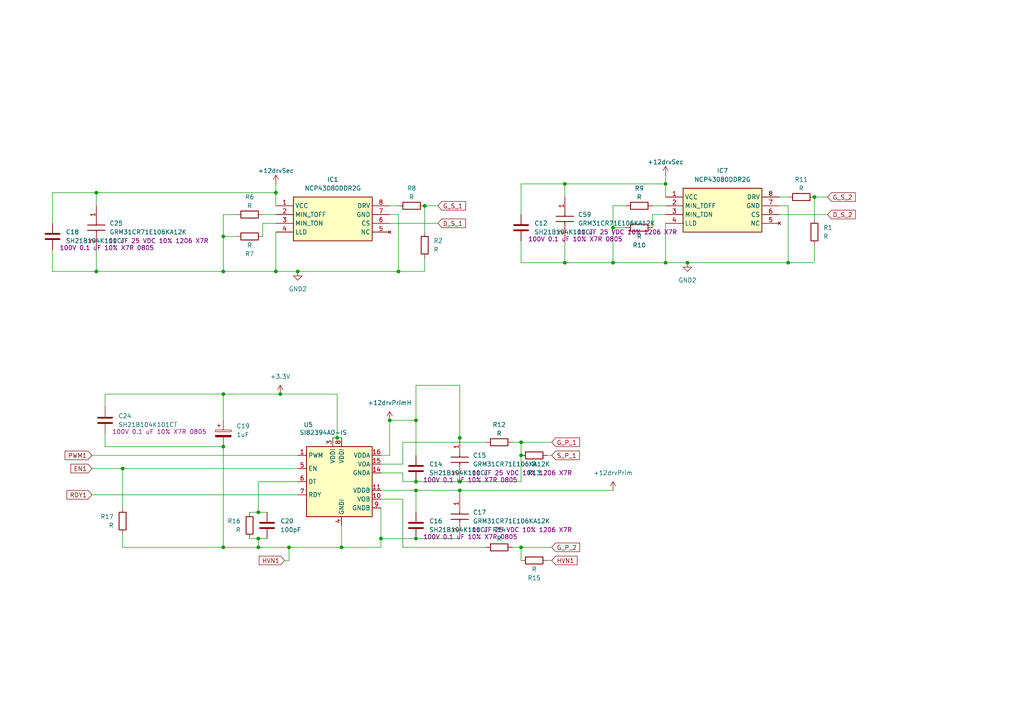
<source format=kicad_sch>
(kicad_sch (version 20250114) (generator "eeschema") (generator_version "9.0")
  (paper "A4")
  (lib_symbols
    (symbol "Device:C" (pin_numbers (hide yes)) (pin_names (offset 0.254))
      (property "Reference" "C" (at 0.635 2.54 0))
      (property "Value" "C" (at 0.635 -2.54 0))
      (symbol "C_0_1"
        (polyline (pts (xy -2.032 0.762) (xy 2.032 0.762)) (stroke (width 0.508)))
        (polyline (pts (xy -2.032 -0.762) (xy 2.032 -0.762)) (stroke (width 0.508)))
      )
      (symbol "C_1_1"
        (pin passive line (at 0 3.81 270) (length 2.794) (name "~") (number "1"))
        (pin passive line (at 0 -3.81 90) (length 2.794) (name "~") (number "2"))
      )
    )
    (symbol "Device:C_Polarized" (pin_numbers (hide yes)) (pin_names (offset 0.254))
      (property "Reference" "C" (at 0.635 2.54 0))
      (property "Value" "C_Polarized" (at 0.635 -2.54 0))
      (symbol "C_Polarized_0_1"
        (rectangle (start -2.286 0.508) (end 2.286 1.016))
        (polyline (pts (xy -1.778 2.286) (xy -0.762 2.286)))
        (polyline (pts (xy -1.27 2.794) (xy -1.27 1.778)))
        (rectangle (start 2.286 -0.508) (end -2.286 -1.016) (fill (type outline)))
      )
      (symbol "C_Polarized_1_1"
        (pin passive line (at 0 3.81 270) (length 2.794) (name "~") (number "1"))
        (pin passive line (at 0 -3.81 90) (length 2.794) (name "~") (number "2"))
      )
    )
    (symbol "Device:R" (pin_numbers (hide yes)) (pin_names (offset 0))
      (property "Reference" "R" (at 2.032 0 90))
      (property "Value" "R" (at 0 0 90))
      (symbol "R_0_1"
        (rectangle (start -1.016 -2.54) (end 1.016 2.54) (stroke (width 0.254)))
      )
      (symbol "R_1_1"
        (pin passive line (at 0 3.81 270) (length 1.27) (name "~") (number "1"))
        (pin passive line (at 0 -3.81 90) (length 1.27) (name "~") (number "2"))
      )
    )
    (symbol "GRM31CR71E106KA12K:GRM31CR71E106KA12K" (pin_names (hide yes))
      (property "Reference" "C" (at 8.89 6.35 0))
      (property "Value" "GRM31CR71E106KA12K" (at 8.89 3.81 0))
      (symbol "GRM31CR71E106KA12K_1_1"
        (polyline (pts (xy 5.08 0) (xy 5.588 0)) (stroke (width 0.254)))
        (polyline (pts (xy 5.588 2.54) (xy 5.588 -2.54)) (stroke (width 0.254)))
        (polyline (pts (xy 7.112 2.54) (xy 7.112 -2.54)) (stroke (width 0.254)))
        (polyline (pts (xy 7.112 0) (xy 7.62 0)) (stroke (width 0.254)))
        (pin passive line (at 0 0 0) (length 5.08) (name "1") (number "1"))
        (pin passive line (at 12.7 0 180) (length 5.08) (name "2") (number "2"))
      )
    )
    (symbol "NCP43080ADR2G:NCP43080ADR2G"
      (property "Reference" "IC" (at 29.21 7.62 0))
      (property "Value" "NCP43080ADR2G" (at 29.21 5.08 0))
      (symbol "NCP43080ADR2G_1_1"
        (rectangle (start 5.08 2.54) (end 27.94 -10.16) (stroke (width 0.254)) (fill (type background)))
        (pin passive line (at 0 0 0) (length 5.08) (name "VCC") (number "1"))
        (pin passive line (at 0 -2.54 0) (length 5.08) (name "MIN_TOFF") (number "2"))
        (pin passive line (at 0 -5.08 0) (length 5.08) (name "MIN_TON") (number "3"))
        (pin passive line (at 0 -7.62 0) (length 5.08) (name "LLD") (number "4"))
        (pin passive line (at 33.02 0 180) (length 5.08) (name "DRV") (number "8"))
        (pin passive line (at 33.02 -2.54 180) (length 5.08) (name "GND") (number "7"))
        (pin passive line (at 33.02 -5.08 180) (length 5.08) (name "CS") (number "6"))
        (pin no_connect line (at 33.02 -7.62 180) (length 5.08) (name "NC") (number "5"))
      )
    )
    (symbol "New_Library:Si82394AD-IS"
      (symbol "Si82394AD-IS_0_1"
        (rectangle (start -7.62 0) (end 11.43 -20.32) (stroke (width 0.254)) (fill (type background)))
      )
      (symbol "Si82394AD-IS_1_1"
        (pin input line (at -10.16 -2.54 0) (length 2.54) (name "PWM") (number "1"))
        (pin input line (at -10.16 -6.35 0) (length 2.54) (name "EN") (number "5"))
        (pin passive line (at -10.16 -10.16 0) (length 2.54) (name "DT") (number "6"))
        (pin passive line (at -10.16 -13.97 0) (length 2.54) (name "RDY") (number "7"))
        (pin power_in line (at 0 2.54 270) (length 2.54) (name "VDDI") (number "3"))
        (pin power_in line (at 2.54 2.54 270) (length 2.54) (name "VDDI") (number "8"))
        (pin power_in line (at 2.54 -22.86 90) (length 2.54) (name "GNDI") (number "4"))
        (pin power_in line (at 13.97 -2.54 180) (length 2.54) (name "VDDA") (number "16"))
        (pin output line (at 13.97 -5.08 180) (length 2.54) (name "VOA") (number "15"))
        (pin power_in line (at 13.97 -7.62 180) (length 2.54) (name "GNDA") (number "14"))
        (pin power_in line (at 13.97 -12.7 180) (length 2.54) (name "VDDB") (number "11"))
        (pin output line (at 13.97 -15.24 180) (length 2.54) (name "VOB") (number "10"))
        (pin power_in line (at 13.97 -17.78 180) (length 2.54) (name "GNDB") (number "9"))
      )
    )
    (symbol "power:+12V" (power) (pin_numbers (hide yes)) (pin_names (offset 0) (hide yes))
      (property "Value" "+12V" (at 0 3.556 0))
      (symbol "+12V_0_1"
        (polyline (pts (xy -0.762 1.27) (xy 0 2.54)))
        (polyline (pts (xy 0 2.54) (xy 0.762 1.27)))
        (polyline (pts (xy 0 0) (xy 0 2.54)))
      )
      (symbol "+12V_1_1"
        (pin power_in line (at 0 0 90) (length 0) (name "~") (number "1"))
      )
    )
    (symbol "power:+5V" (power) (pin_numbers (hide yes)) (pin_names (offset 0) (hide yes))
      (property "Value" "+5V" (at 0 3.556 0))
      (symbol "+5V_0_1"
        (polyline (pts (xy -0.762 1.27) (xy 0 2.54)))
        (polyline (pts (xy 0 2.54) (xy 0.762 1.27)))
        (polyline (pts (xy 0 0) (xy 0 2.54)))
      )
      (symbol "+5V_1_1"
        (pin power_in line (at 0 0 90) (length 0) (name "~") (number "1"))
      )
    )
    (symbol "power:GND2" (power) (pin_numbers (hide yes)) (pin_names (offset 0) (hide yes))
      (property "Value" "GND2" (at 0 -3.81 0))
      (symbol "GND2_0_1"
        (polyline (pts (xy 0 0) (xy 0 -1.27) (xy 1.27 -1.27) (xy 0 -2.54) (xy -1.27 -1.27) (xy 0 -1.27)))
      )
      (symbol "GND2_1_1"
        (pin power_in line (at 0 0 270) (length 0) (name "~") (number "1"))
      )
    )
  )
  (junction (at 151.13 132.08))
  (junction (at 74.93 158.75))
  (junction (at 27.94 55.88))
  (junction (at 151.13 158.75))
  (junction (at 99.06 158.75))
  (junction (at 133.35 127))
  (junction (at 80.01 78.74))
  (junction (at 74.93 156.21))
  (junction (at 110.49 156.21))
  (junction (at 163.83 53.34))
  (junction (at 177.8 76.2))
  (junction (at 120.65 139.7))
  (junction (at 133.35 139.7))
  (junction (at 133.35 142.24))
  (junction (at 80.01 55.88))
  (junction (at 64.77 68.58))
  (junction (at 97.79 127))
  (junction (at 64.77 114.3))
  (junction (at 236.22 57.15))
  (junction (at 151.13 128.27))
  (junction (at 228.6 76.2))
  (junction (at 27.94 78.74))
  (junction (at 64.77 129.54))
  (junction (at 113.03 121.92))
  (junction (at 120.65 142.24))
  (junction (at 74.93 148.59))
  (junction (at 123.19 59.69))
  (junction (at 193.04 76.2))
  (junction (at 199.39 76.2))
  (junction (at 177.8 66.04))
  (junction (at 64.77 78.74))
  (junction (at 163.83 76.2))
  (junction (at 193.04 53.34))
  (junction (at 86.36 78.74))
  (junction (at 35.56 135.89))
  (junction (at 81.28 114.3))
  (junction (at 120.65 156.21))
  (junction (at 64.77 158.75))
  (junction (at 120.65 121.92))
  (junction (at 115.57 78.74))
  (junction (at 83.82 158.75))
  (wire (pts (xy 148.59 128.27) (xy 151.13 128.27)))
  (wire (pts (xy 120.65 142.24) (xy 120.65 148.59)))
  (wire (pts (xy 226.06 59.69) (xy 228.6 59.69)))
  (wire (pts (xy 86.36 78.74) (xy 115.57 78.74)))
  (wire (pts (xy 148.59 158.75) (xy 151.13 158.75)))
  (wire (pts (xy 86.36 78.74) (xy 80.01 78.74)))
  (wire (pts (xy 123.19 74.93) (xy 123.19 78.74)))
  (wire (pts (xy 64.77 114.3) (xy 64.77 121.92)))
  (wire (pts (xy 27.94 78.74) (xy 64.77 78.74)))
  (wire (pts (xy 80.01 55.88) (xy 80.01 59.69)))
  (wire (pts (xy 163.83 53.34) (xy 193.04 53.34)))
  (wire (pts (xy 68.58 62.23) (xy 64.77 62.23)))
  (wire (pts (xy 99.06 152.4) (xy 99.06 158.75)))
  (wire (pts (xy 76.2 64.77) (xy 80.01 64.77)))
  (wire (pts (xy 236.22 57.15) (xy 236.22 63.5)))
  (wire (pts (xy 27.94 55.88) (xy 27.94 59.69)))
  (wire (pts (xy 110.49 132.08) (xy 113.03 132.08)))
  (wire (pts (xy 120.65 156.21) (xy 133.35 156.21)))
  (wire (pts (xy 97.79 114.3) (xy 97.79 127)))
  (wire (pts (xy 151.13 53.34) (xy 163.83 53.34)))
  (wire (pts (xy 199.39 76.2) (xy 228.6 76.2)))
  (wire (pts (xy 110.49 134.62) (xy 116.84 134.62)))
  (wire (pts (xy 123.19 59.69) (xy 127 59.69)))
  (wire (pts (xy 193.04 53.34) (xy 193.04 57.15)))
  (wire (pts (xy 27.94 55.88) (xy 80.01 55.88)))
  (wire (pts (xy 64.77 158.75) (xy 74.93 158.75)))
  (wire (pts (xy 35.56 135.89) (xy 35.56 147.32)))
  (wire (pts (xy 193.04 50.8) (xy 193.04 53.34)))
  (wire (pts (xy 74.93 148.59) (xy 77.47 148.59)))
  (wire (pts (xy 133.35 139.7) (xy 151.13 139.7)))
  (wire (pts (xy 199.39 76.2) (xy 193.04 76.2)))
  (wire (pts (xy 83.82 162.56) (xy 83.82 158.75)))
  (wire (pts (xy 30.48 129.54) (xy 30.48 125.73)))
  (wire (pts (xy 151.13 132.08) (xy 151.13 139.7)))
  (wire (pts (xy 228.6 76.2) (xy 236.22 76.2)))
  (wire (pts (xy 26.67 135.89) (xy 35.56 135.89)))
  (wire (pts (xy 30.48 114.3) (xy 64.77 114.3)))
  (wire (pts (xy 72.39 148.59) (xy 74.93 148.59)))
  (wire (pts (xy 35.56 154.94) (xy 35.56 158.75)))
  (wire (pts (xy 133.35 127) (xy 133.35 132.08)))
  (wire (pts (xy 116.84 134.62) (xy 116.84 128.27)))
  (wire (pts (xy 96.52 127) (xy 97.79 127)))
  (wire (pts (xy 82.55 162.56) (xy 83.82 162.56)))
  (wire (pts (xy 151.13 158.75) (xy 160.02 158.75)))
  (wire (pts (xy 15.24 78.74) (xy 27.94 78.74)))
  (wire (pts (xy 120.65 142.24) (xy 133.35 142.24)))
  (wire (pts (xy 120.65 111.76) (xy 120.65 121.92)))
  (wire (pts (xy 97.79 127) (xy 99.06 127)))
  (wire (pts (xy 189.23 66.04) (xy 189.23 62.23)))
  (wire (pts (xy 35.56 158.75) (xy 64.77 158.75)))
  (wire (pts (xy 113.03 121.92) (xy 113.03 132.08)))
  (wire (pts (xy 116.84 139.7) (xy 120.65 139.7)))
  (wire (pts (xy 151.13 158.75) (xy 151.13 162.56)))
  (wire (pts (xy 76.2 68.58) (xy 76.2 64.77)))
  (wire (pts (xy 158.75 132.08) (xy 160.02 132.08)))
  (wire (pts (xy 64.77 78.74) (xy 64.77 68.58)))
  (wire (pts (xy 99.06 158.75) (xy 110.49 158.75)))
  (wire (pts (xy 64.77 68.58) (xy 68.58 68.58)))
  (wire (pts (xy 123.19 59.69) (xy 123.19 67.31)))
  (wire (pts (xy 181.61 59.69) (xy 177.8 59.69)))
  (wire (pts (xy 35.56 135.89) (xy 86.36 135.89)))
  (wire (pts (xy 64.77 129.54) (xy 64.77 158.75)))
  (wire (pts (xy 30.48 118.11) (xy 30.48 114.3)))
  (wire (pts (xy 30.48 129.54) (xy 64.77 129.54)))
  (wire (pts (xy 133.35 142.24) (xy 133.35 143.51)))
  (wire (pts (xy 158.75 162.56) (xy 160.02 162.56)))
  (wire (pts (xy 74.93 139.7) (xy 74.93 148.59)))
  (wire (pts (xy 26.67 132.08) (xy 86.36 132.08)))
  (wire (pts (xy 163.83 53.34) (xy 163.83 57.15)))
  (wire (pts (xy 76.2 62.23) (xy 80.01 62.23)))
  (wire (pts (xy 120.65 111.76) (xy 133.35 111.76)))
  (wire (pts (xy 80.01 67.31) (xy 80.01 78.74)))
  (wire (pts (xy 26.67 143.51) (xy 86.36 143.51)))
  (wire (pts (xy 236.22 57.15) (xy 240.03 57.15)))
  (wire (pts (xy 151.13 128.27) (xy 151.13 132.08)))
  (wire (pts (xy 177.8 59.69) (xy 177.8 66.04)))
  (wire (pts (xy 226.06 62.23) (xy 240.03 62.23)))
  (wire (pts (xy 27.94 72.39) (xy 27.94 78.74)))
  (wire (pts (xy 133.35 142.24) (xy 177.8 142.24)))
  (wire (pts (xy 74.93 156.21) (xy 74.93 158.75)))
  (wire (pts (xy 15.24 55.88) (xy 15.24 64.77)))
  (wire (pts (xy 116.84 137.16) (xy 116.84 139.7)))
  (wire (pts (xy 151.13 53.34) (xy 151.13 62.23)))
  (wire (pts (xy 116.84 144.78) (xy 116.84 158.75)))
  (wire (pts (xy 228.6 59.69) (xy 228.6 76.2)))
  (wire (pts (xy 177.8 76.2) (xy 177.8 66.04)))
  (wire (pts (xy 81.28 114.3) (xy 97.79 114.3)))
  (wire (pts (xy 113.03 62.23) (xy 115.57 62.23)))
  (wire (pts (xy 120.65 121.92) (xy 120.65 132.08)))
  (wire (pts (xy 110.49 147.32) (xy 110.49 156.21)))
  (wire (pts (xy 116.84 128.27) (xy 140.97 128.27)))
  (wire (pts (xy 72.39 156.21) (xy 74.93 156.21)))
  (wire (pts (xy 115.57 78.74) (xy 123.19 78.74)))
  (wire (pts (xy 74.93 139.7) (xy 86.36 139.7)))
  (wire (pts (xy 113.03 121.92) (xy 120.65 121.92)))
  (wire (pts (xy 110.49 156.21) (xy 120.65 156.21)))
  (wire (pts (xy 74.93 156.21) (xy 77.47 156.21)))
  (wire (pts (xy 110.49 144.78) (xy 116.84 144.78)))
  (wire (pts (xy 236.22 71.12) (xy 236.22 76.2)))
  (wire (pts (xy 74.93 158.75) (xy 83.82 158.75)))
  (wire (pts (xy 115.57 62.23) (xy 115.57 78.74)))
  (wire (pts (xy 15.24 55.88) (xy 27.94 55.88)))
  (wire (pts (xy 193.04 76.2) (xy 177.8 76.2)))
  (wire (pts (xy 120.65 139.7) (xy 133.35 139.7)))
  (wire (pts (xy 99.06 158.75) (xy 83.82 158.75)))
  (wire (pts (xy 113.03 64.77) (xy 127 64.77)))
  (wire (pts (xy 177.8 66.04) (xy 181.61 66.04)))
  (wire (pts (xy 80.01 78.74) (xy 64.77 78.74)))
  (wire (pts (xy 15.24 72.39) (xy 15.24 78.74)))
  (wire (pts (xy 189.23 59.69) (xy 193.04 59.69)))
  (wire (pts (xy 64.77 62.23) (xy 64.77 68.58)))
  (wire (pts (xy 116.84 158.75) (xy 140.97 158.75)))
  (wire (pts (xy 110.49 142.24) (xy 120.65 142.24)))
  (wire (pts (xy 151.13 69.85) (xy 151.13 76.2)))
  (wire (pts (xy 163.83 76.2) (xy 177.8 76.2)))
  (wire (pts (xy 133.35 111.76) (xy 133.35 127)))
  (wire (pts (xy 151.13 76.2) (xy 163.83 76.2)))
  (wire (pts (xy 151.13 128.27) (xy 160.02 128.27)))
  (wire (pts (xy 193.04 64.77) (xy 193.04 76.2)))
  (wire (pts (xy 64.77 114.3) (xy 81.28 114.3)))
  (wire (pts (xy 110.49 156.21) (xy 110.49 158.75)))
  (wire (pts (xy 189.23 62.23) (xy 193.04 62.23)))
  (wire (pts (xy 226.06 57.15) (xy 228.6 57.15)))
  (wire (pts (xy 163.83 69.85) (xy 163.83 76.2)))
  (wire (pts (xy 116.84 137.16) (xy 110.49 137.16)))
  (wire (pts (xy 113.03 59.69) (xy 115.57 59.69)))
  (wire (pts (xy 80.01 53.34) (xy 80.01 55.88)))
  (global_label "PWM1" (shape input) (at 26.67 132.08 180) (property "Intersheetrefs" "${INTERSHEET_REFS}" (effects (hide yes))))
  (global_label "D_S_2" (shape input) (at 240.03 62.23 0) (property "Intersheetrefs" "${INTERSHEET_REFS}" (effects (hide yes))))
  (global_label "G_P_2" (shape input) (at 160.02 158.75 0) (property "Intersheetrefs" "${INTERSHEET_REFS}" (effects (hide yes))))
  (global_label "D_S_1" (shape input) (at 127 64.77 0) (property "Intersheetrefs" "${INTERSHEET_REFS}" (effects (hide yes))))
  (global_label "EN1" (shape input) (at 26.67 135.89 180) (property "Intersheetrefs" "${INTERSHEET_REFS}" (effects (hide yes))))
  (global_label "G_S_1" (shape input) (at 127 59.69 0) (property "Intersheetrefs" "${INTERSHEET_REFS}" (effects (hide yes))))
  (global_label "G_P_1" (shape input) (at 160.02 128.27 0) (property "Intersheetrefs" "${INTERSHEET_REFS}" (effects (hide yes))))
  (global_label "HVN1" (shape input) (at 82.55 162.56 180) (property "Intersheetrefs" "${INTERSHEET_REFS}" (effects (hide yes))))
  (global_label "HVN1" (shape input) (at 160.02 162.56 0) (property "Intersheetrefs" "${INTERSHEET_REFS}" (effects (hide yes))))
  (global_label "RDY1" (shape input) (at 26.67 143.51 180) (property "Intersheetrefs" "${INTERSHEET_REFS}" (effects (hide yes))))
  (global_label "G_S_2" (shape input) (at 240.03 57.15 0) (property "Intersheetrefs" "${INTERSHEET_REFS}" (effects (hide yes))))
  (global_label "S_P_1" (shape input) (at 160.02 132.08 0) (property "Intersheetrefs" "${INTERSHEET_REFS}" (effects (hide yes))))
  (symbol (lib_id "power:+12V") (at 113.03 121.92 0) (unit 1)
    (property "Reference" "#PWR03" (effects (hide yes)))
    (property "Value" "+12drvPrimH" (at 113.03 116.84 0))
    (property "Description" "Power symbol creates a global label with name \"+12V\"" (effects (hide yes)))
  )
  (symbol (lib_id "Device:C") (at 120.65 152.4 0) (unit 1)
    (property "Reference" "C16" (at 124.46 151.1299 0) (effects (justify left)))
    (property "Value" "SH21B104K101CT" (at 124.46 153.6699 0) (effects (justify left)))
    (property "Footprint" "Capacitor_SMD:C_0805_2012Metric" (effects (hide yes)))
    (property "Description" "100V 0.1 uF 10% X7R 0805" (at 136.398 155.702 0))
  )
  (symbol (lib_id "power:+5V") (at 81.28 114.3 0) (unit 1)
    (property "Reference" "#PWR029" (effects (hide yes)))
    (property "Value" "+3.3V" (at 81.28 109.22 0))
    (property "Description" "Power symbol creates a global label with name \"+5V\"" (effects (hide yes)))
  )
  (symbol (lib_id "Device:C_Polarized") (at 64.77 125.73 0) (unit 1)
    (property "Reference" "C19" (at 68.58 123.5709 0) (effects (justify left)))
    (property "Value" "1uF" (at 68.58 126.1109 0) (effects (justify left)))
    (property "Description" "Polarized capacitor" (effects (hide yes)))
  )
  (symbol (lib_id "Device:R") (at 119.38 59.69 270) (unit 1)
    (property "Reference" "R8" (at 119.38 54.61 90))
    (property "Value" "R" (at 119.38 57.15 90))
    (property "Description" "Resistor" (effects (hide yes)))
  )
  (symbol (lib_id "Device:R") (at 236.22 67.31 180) (unit 1)
    (property "Reference" "R1" (at 238.76 66.0399 0) (effects (justify right)))
    (property "Value" "R" (at 238.76 68.5799 0) (effects (justify right)))
    (property "Footprint" "Resistor_SMD:R_1206_3216Metric" (effects (hide yes)))
    (property "Description" "Resistor" (effects (hide yes)))
  )
  (symbol (lib_id "Device:R") (at 232.41 57.15 270) (unit 1)
    (property "Reference" "R11" (at 232.41 52.07 90))
    (property "Value" "R" (at 232.41 54.61 90))
    (property "Footprint" "Resistor_SMD:R_1206_3216Metric" (effects (hide yes)))
    (property "Description" "Resistor" (effects (hide yes)))
  )
  (symbol (lib_id "Device:R") (at 144.78 128.27 270) (unit 1)
    (property "Reference" "R12" (at 144.78 123.19 90))
    (property "Value" "R" (at 144.78 125.73 90))
    (property "Footprint" "Resistor_SMD:R_1206_3216Metric" (effects (hide yes)))
    (property "Description" "Resistor" (effects (hide yes)))
  )
  (symbol (lib_id "Device:R") (at 154.94 162.56 90) (mirror x) (unit 1)
    (property "Reference" "R15" (at 154.94 167.64 90))
    (property "Value" "R" (at 154.94 165.1 90))
    (property "Footprint" "Resistor_SMD:R_1206_3216Metric" (effects (hide yes)))
    (property "Description" "Resistor" (effects (hide yes)))
  )
  (symbol (lib_id "Device:R") (at 72.39 152.4 0) (mirror y) (unit 1)
    (property "Reference" "R16" (at 69.85 151.1299 0) (effects (justify left)))
    (property "Value" "R" (at 69.85 153.6699 0) (effects (justify left)))
    (property "Footprint" "Resistor_SMD:R_1206_3216Metric" (effects (hide yes)))
    (property "Description" "Resistor" (effects (hide yes)))
  )
  (symbol (lib_id "power:+12V") (at 80.01 53.34 0) (unit 1)
    (property "Reference" "#PWR011" (effects (hide yes)))
    (property "Value" "+12drvSec" (at 80.01 49.53 0))
    (property "Description" "Power symbol creates a global label with name \"+12V\"" (effects (hide yes)))
  )
  (symbol (lib_id "GRM31CR71E106KA12K:GRM31CR71E106KA12K") (at 133.35 127 270) (unit 1)
    (property "Reference" "C15" (at 137.16 132.0799 90) (effects (justify left)))
    (property "Value" "GRM31CR71E106KA12K" (at 137.16 134.6199 90) (effects (justify left)))
    (property "Footprint" "GRM31CR71E106KA12K:GRM31x" (effects (hide yes)))
    (property "Datasheet" "https://search.murata.co.jp/Ceramy/image/img/A01X/G101/ENG/GRM31CR71E106KA12-01CA.pdf" (effects (hide yes)))
    (property "Description" "MLCC, 1206" (effects (hide yes)))
    (property "Height" "1.25" (effects (hide yes)))
    (property "Mouser Part Number" "81-GRM31CR71E106KA2K" (effects (hide yes)))
    (property "Mouser Price/Stock" "https://www.mouser.co.uk/ProductDetail/Murata-Electronics/GRM31CR71E106KA12K?qs=raY79WRVTyM6xGVExNjdaw%3D%3D" (effects (hide yes)))
    (property "Manufacturer_Name" "Murata Electronics" (effects (hide yes)))
    (property "Manufacturer_Part_Number" "GRM31CR71E106KA12K" (effects (hide yes)))
    (property "Field10" "10 uF 25 VDC 10% 1206 X7R" (at 151.384 137.16 90))
  )
  (symbol (lib_id "power:+12V") (at 193.04 50.8 0) (unit 1)
    (property "Reference" "#PWR013" (effects (hide yes)))
    (property "Value" "+12drvSec" (at 193.04 46.99 0))
    (property "Description" "Power symbol creates a global label with name \"+12V\"" (effects (hide yes)))
  )
  (symbol (lib_id "Device:R") (at 72.39 68.58 270) (mirror x) (unit 1)
    (property "Reference" "R7" (at 72.39 73.66 90))
    (property "Value" "R" (at 72.39 71.12 90))
    (property "Description" "Resistor" (effects (hide yes)))
  )
  (symbol (lib_id "power:GND2") (at 86.36 78.74 0) (unit 1)
    (property "Reference" "#PWR012" (effects (hide yes)))
    (property "Value" "GND2" (at 86.36 83.82 0))
    (property "Description" "Power symbol creates a global label with name \"GND2\" , ground" (effects (hide yes)))
  )
  (symbol (lib_id "New_Library:Si82394AD-IS") (at 96.52 129.54 0) (unit 1)
    (property "Reference" "U5" (at 89.408 123.19 0))
    (property "Value" "SI82394AD-IS" (at 86.868 125.476 0) (effects (justify left)))
    (property "Footprint" "Package_SO:SOIC-16W_7.5x10.3mm_P1.27mm" (effects (hide yes)))
    (property "Datasheet" "https://eu.mouser.com/datasheet/2/472/si8239x_data_sheet-2507466.pdf" (effects (hide yes)))
  )
  (symbol (lib_id "power:GND2") (at 199.39 76.2 0) (unit 1)
    (property "Reference" "#PWR014" (effects (hide yes)))
    (property "Value" "GND2" (at 199.39 81.28 0))
    (property "Description" "Power symbol creates a global label with name \"GND2\" , ground" (effects (hide yes)))
  )
  (symbol (lib_id "Device:R") (at 185.42 66.04 270) (mirror x) (unit 1)
    (property "Reference" "R10" (at 185.42 71.12 90))
    (property "Value" "R" (at 185.42 68.58 90))
    (property "Footprint" "Resistor_SMD:R_1206_3216Metric" (effects (hide yes)))
    (property "Description" "Resistor" (effects (hide yes)))
  )
  (symbol (lib_id "Device:R") (at 144.78 158.75 270) (unit 1)
    (property "Reference" "R14" (at 144.78 153.67 90))
    (property "Value" "R" (at 144.78 156.21 90))
    (property "Footprint" "Resistor_SMD:R_1206_3216Metric" (effects (hide yes)))
    (property "Description" "Resistor" (effects (hide yes)))
  )
  (symbol (lib_id "GRM31CR71E106KA12K:GRM31CR71E106KA12K") (at 163.83 57.15 270) (unit 1)
    (property "Reference" "C59" (at 167.64 62.2299 90) (effects (justify left)))
    (property "Value" "GRM31CR71E106KA12K" (at 167.64 64.7699 90) (effects (justify left)))
    (property "Footprint" "GRM31CR71E106KA12K:GRM31x" (effects (hide yes)))
    (property "Datasheet" "https://search.murata.co.jp/Ceramy/image/img/A01X/G101/ENG/GRM31CR71E106KA12-01CA.pdf" (effects (hide yes)))
    (property "Description" "MLCC, 1206" (effects (hide yes)))
    (property "Height" "1.25" (effects (hide yes)))
    (property "Mouser Part Number" "81-GRM31CR71E106KA2K" (effects (hide yes)))
    (property "Mouser Price/Stock" "https://www.mouser.co.uk/ProductDetail/Murata-Electronics/GRM31CR71E106KA12K?qs=raY79WRVTyM6xGVExNjdaw%3D%3D" (effects (hide yes)))
    (property "Manufacturer_Name" "Murata Electronics" (effects (hide yes)))
    (property "Manufacturer_Part_Number" "GRM31CR71E106KA12K" (effects (hide yes)))
    (property "Field10" "10 uF 25 VDC 10% 1206 X7R" (at 181.864 67.31 90))
  )
  (symbol (lib_id "NCP43080ADR2G:NCP43080ADR2G") (at 193.04 57.15 0) (unit 1)
    (property "Reference" "IC7" (at 209.55 49.53 0))
    (property "Value" "NCP43080DDR2G" (at 209.55 52.07 0))
    (property "Footprint" "Package_SO:SOIC-8_3.9x4.9mm_P1.27mm" (effects (hide yes)))
    (property "Datasheet" "https://www.onsemi.com/download/data-sheet/pdf/ncp43080-d.pdf" (effects (hide yes)))
    (property "Description" "SelfContained Control of Synchronous Rectifier in CCM, DCM and QR for Flyback or LLC Applications; Precise True Secondary Zero Current Detection; Rugged Current Sense Pin (up to 150 V); Adjustable Minimum ONTime; Adjustable Minimum OFF-Time with Ringing Detection; Adjustable Maximum ONTime for CCM Controlling of Primary QR Controller; Operating Voltage Range up to VCC = 35 V; 8 A / 4 A Peak Current Sink / Source Drive Capability; GaN Transistor Driving Capability (options A and C); Low Startup Current Co" (effects (hide yes)))
    (property "Height" "1.75" (effects (hide yes)))
    (property "Mouser Part Number" "863-NCP43080DDR2G" (effects (hide yes)))
    (property "Mouser Price/Stock" "https://www.mouser.co.uk/ProductDetail/onsemi/NCP43080ADR2G?qs=4vGevBu%252B8qm6lzgD6nO%252B4g%3D%3D" (effects (hide yes)))
    (property "Manufacturer_Name" "onsemi" (effects (hide yes)))
    (property "Manufacturer_Part_Number" "NCP43080DDR2G" (effects (hide yes)))
  )
  (symbol (lib_id "power:+12V") (at 177.8 142.24 0) (unit 1)
    (property "Reference" "#PWR015" (effects (hide yes)))
    (property "Value" "+12drvPrim" (at 177.8 137.16 0))
    (property "Description" "Power symbol creates a global label with name \"+12V\"" (effects (hide yes)))
  )
  (symbol (lib_id "Device:C") (at 151.13 66.04 0) (unit 1)
    (property "Reference" "C12" (at 154.94 64.7699 0) (effects (justify left)))
    (property "Value" "SH21B104K101CT" (at 154.94 67.3099 0) (effects (justify left)))
    (property "Footprint" "Capacitor_SMD:C_0805_2012Metric" (effects (hide yes)))
    (property "Description" "100V 0.1 uF 10% X7R 0805" (at 166.878 69.342 0))
  )
  (symbol (lib_id "Device:C") (at 15.24 68.58 0) (unit 1)
    (property "Reference" "C18" (at 19.05 67.3099 0) (effects (justify left)))
    (property "Value" "SH21B104K101CT" (at 19.05 69.8499 0) (effects (justify left)))
    (property "Footprint" "Capacitor_SMD:C_0805_2012Metric" (effects (hide yes)))
    (property "Description" "100V 0.1 uF 10% X7R 0805" (at 30.988 71.882 0))
  )
  (symbol (lib_id "GRM31CR71E106KA12K:GRM31CR71E106KA12K") (at 27.94 59.69 270) (unit 1)
    (property "Reference" "C25" (at 31.75 64.7699 90) (effects (justify left)))
    (property "Value" "GRM31CR71E106KA12K" (at 31.75 67.3099 90) (effects (justify left)))
    (property "Footprint" "GRM31CR71E106KA12K:GRM31x" (effects (hide yes)))
    (property "Datasheet" "https://search.murata.co.jp/Ceramy/image/img/A01X/G101/ENG/GRM31CR71E106KA12-01CA.pdf" (effects (hide yes)))
    (property "Description" "MLCC, 1206" (effects (hide yes)))
    (property "Height" "1.25" (effects (hide yes)))
    (property "Mouser Part Number" "81-GRM31CR71E106KA2K" (effects (hide yes)))
    (property "Mouser Price/Stock" "https://www.mouser.co.uk/ProductDetail/Murata-Electronics/GRM31CR71E106KA12K?qs=raY79WRVTyM6xGVExNjdaw%3D%3D" (effects (hide yes)))
    (property "Manufacturer_Name" "Murata Electronics" (effects (hide yes)))
    (property "Manufacturer_Part_Number" "GRM31CR71E106KA12K" (effects (hide yes)))
    (property "Field10" "10 uF 25 VDC 10% 1206 X7R" (at 45.974 69.85 90))
  )
  (symbol (lib_id "Device:R") (at 185.42 59.69 270) (unit 1)
    (property "Reference" "R9" (at 185.42 54.61 90))
    (property "Value" "R" (at 185.42 57.15 90))
    (property "Footprint" "Resistor_SMD:R_1206_3216Metric" (effects (hide yes)))
    (property "Description" "Resistor" (effects (hide yes)))
  )
  (symbol (lib_id "Device:R") (at 35.56 151.13 0) (mirror y) (unit 1)
    (property "Reference" "R17" (at 33.02 149.8599 0) (effects (justify left)))
    (property "Value" "R" (at 33.02 152.3999 0) (effects (justify left)))
    (property "Footprint" "Resistor_SMD:R_1206_3216Metric" (effects (hide yes)))
    (property "Description" "Resistor" (effects (hide yes)))
  )
  (symbol (lib_id "Device:R") (at 72.39 62.23 270) (unit 1)
    (property "Reference" "R6" (at 72.39 57.15 90))
    (property "Value" "R" (at 72.39 59.69 90))
    (property "Description" "Resistor" (effects (hide yes)))
  )
  (symbol (lib_id "Device:C") (at 77.47 152.4 0) (unit 1)
    (property "Reference" "C20" (at 81.28 151.1299 0) (effects (justify left)))
    (property "Value" "100pF" (at 81.28 153.6699 0) (effects (justify left)))
    (property "Description" "Unpolarized capacitor" (effects (hide yes)))
  )
  (symbol (lib_id "Device:R") (at 154.94 132.08 90) (mirror x) (unit 1)
    (property "Reference" "R13" (at 154.94 137.16 90))
    (property "Value" "R" (at 154.94 134.62 90))
    (property "Footprint" "Resistor_SMD:R_1206_3216Metric" (effects (hide yes)))
    (property "Description" "Resistor" (effects (hide yes)))
  )
  (symbol (lib_id "NCP43080ADR2G:NCP43080ADR2G") (at 80.01 59.69 0) (unit 1)
    (property "Reference" "IC1" (at 96.52 52.07 0))
    (property "Value" "NCP43080DDR2G" (at 96.52 54.61 0))
    (property "Footprint" "Package_SO:SOIC-8_3.9x4.9mm_P1.27mm" (effects (hide yes)))
    (property "Datasheet" "https://www.onsemi.com/download/data-sheet/pdf/ncp43080-d.pdf" (effects (hide yes)))
    (property "Description" "SelfContained Control of Synchronous Rectifier in CCM, DCM and QR for Flyback or LLC Applications; Precise True Secondary Zero Current Detection; Rugged Current Sense Pin (up to 150 V); Adjustable Minimum ONTime; Adjustable Minimum OFF-Time with Ringing Detection; Adjustable Maximum ONTime for CCM Controlling of Primary QR Controller; Operating Voltage Range up to VCC = 35 V; 8 A / 4 A Peak Current Sink / Source Drive Capability; GaN Transistor Driving Capability (options A and C); Low Startup Current Co" (effects (hide yes)))
    (property "Height" "1.75" (effects (hide yes)))
    (property "Mouser Part Number" "863-NCP43080DDR2G" (effects (hide yes)))
    (property "Mouser Price/Stock" "https://www.mouser.co.uk/ProductDetail/onsemi/NCP43080ADR2G?qs=4vGevBu%252B8qm6lzgD6nO%252B4g%3D%3D" (effects (hide yes)))
    (property "Manufacturer_Name" "onsemi" (effects (hide yes)))
    (property "Manufacturer_Part_Number" "NCP43080DDR2G" (effects (hide yes)))
  )
  (symbol (lib_id "GRM31CR71E106KA12K:GRM31CR71E106KA12K") (at 133.35 143.51 270) (unit 1)
    (property "Reference" "C17" (at 137.16 148.5899 90) (effects (justify left)))
    (property "Value" "GRM31CR71E106KA12K" (at 137.16 151.1299 90) (effects (justify left)))
    (property "Footprint" "GRM31CR71E106KA12K:GRM31x" (effects (hide yes)))
    (property "Datasheet" "https://search.murata.co.jp/Ceramy/image/img/A01X/G101/ENG/GRM31CR71E106KA12-01CA.pdf" (effects (hide yes)))
    (property "Description" "MLCC, 1206" (effects (hide yes)))
    (property "Height" "1.25" (effects (hide yes)))
    (property "Mouser Part Number" "81-GRM31CR71E106KA2K" (effects (hide yes)))
    (property "Mouser Price/Stock" "https://www.mouser.co.uk/ProductDetail/Murata-Electronics/GRM31CR71E106KA12K?qs=raY79WRVTyM6xGVExNjdaw%3D%3D" (effects (hide yes)))
    (property "Manufacturer_Name" "Murata Electronics" (effects (hide yes)))
    (property "Manufacturer_Part_Number" "GRM31CR71E106KA12K" (effects (hide yes)))
    (property "Field10" "10 uF 25 VDC 10% 1206 X7R" (at 151.384 153.67 90))
  )
  (symbol (lib_id "Device:C") (at 30.48 121.92 0) (unit 1)
    (property "Reference" "C24" (at 34.29 120.6499 0) (effects (justify left)))
    (property "Value" "SH21B104K101CT" (at 34.29 123.1899 0) (effects (justify left)))
    (property "Footprint" "Capacitor_SMD:C_0805_2012Metric" (effects (hide yes)))
    (property "Description" "100V 0.1 uF 10% X7R 0805" (at 46.228 125.222 0))
  )
  (symbol (lib_id "Device:C") (at 120.65 135.89 0) (unit 1)
    (property "Reference" "C14" (at 124.46 134.6199 0) (effects (justify left)))
    (property "Value" "SH21B104K101CT" (at 124.46 137.1599 0) (effects (justify left)))
    (property "Footprint" "Capacitor_SMD:C_0805_2012Metric" (effects (hide yes)))
    (property "Description" "100V 0.1 uF 10% X7R 0805" (at 136.398 139.192 0))
  )
  (symbol (lib_id "Device:R") (at 123.19 71.12 180) (unit 1)
    (property "Reference" "R2" (at 125.73 69.8499 0) (effects (justify right)))
    (property "Value" "R" (at 125.73 72.3899 0) (effects (justify right)))
    (property "Footprint" "Resistor_SMD:R_1206_3216Metric" (effects (hide yes)))
    (property "Description" "Resistor" (effects (hide yes)))
  )
)
</source>
